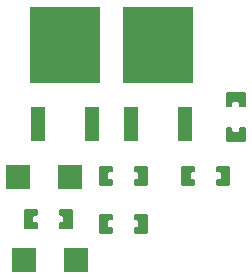
<source format=gtp>
G04 Layer: TopPasteMaskLayer*
G04 EasyEDA v6.5.34, 2023-10-05 20:18:03*
G04 Gerber Generator version 0.2*
G04 Scale: 100 percent, Rotated: No, Reflected: No *
G04 Dimensions in millimeters *
G04 leading zeros omitted , absolute positions ,4 integer and 5 decimal *
%FSLAX45Y45*%
%MOMM*%

%ADD10R,1.2000X3.0000*%
%ADD11R,6.0000X6.5000*%
%ADD12R,2.0000X2.0000*%

%LPD*%
G36*
X2671927Y12759639D02*
G01*
X2661970Y12749631D01*
X2661970Y12599568D01*
X2671927Y12589560D01*
X2772714Y12589560D01*
X2782722Y12599568D01*
X2782722Y12635687D01*
X2772714Y12645694D01*
X2751632Y12645694D01*
X2741625Y12655702D01*
X2741625Y12693497D01*
X2751632Y12703505D01*
X2772714Y12703505D01*
X2782722Y12713512D01*
X2782722Y12749631D01*
X2772714Y12759639D01*
G37*
G36*
X2967685Y12759639D02*
G01*
X2957677Y12749631D01*
X2957677Y12713512D01*
X2967685Y12703505D01*
X2988767Y12703505D01*
X2998774Y12693497D01*
X2998774Y12655702D01*
X2988767Y12645694D01*
X2967685Y12645694D01*
X2957677Y12635687D01*
X2957677Y12599568D01*
X2967685Y12589560D01*
X3068472Y12589560D01*
X3078429Y12599568D01*
X3078429Y12749631D01*
X3068472Y12759639D01*
G37*
G36*
X2671927Y12353239D02*
G01*
X2661970Y12343231D01*
X2661970Y12193168D01*
X2671927Y12183160D01*
X2772714Y12183160D01*
X2782722Y12193168D01*
X2782722Y12229287D01*
X2772714Y12239294D01*
X2751632Y12239294D01*
X2741625Y12249302D01*
X2741625Y12287097D01*
X2751632Y12297105D01*
X2772714Y12297105D01*
X2782722Y12307112D01*
X2782722Y12343231D01*
X2772714Y12353239D01*
G37*
G36*
X2967685Y12353239D02*
G01*
X2957677Y12343231D01*
X2957677Y12307112D01*
X2967685Y12297105D01*
X2988767Y12297105D01*
X2998774Y12287097D01*
X2998774Y12249302D01*
X2988767Y12239294D01*
X2967685Y12239294D01*
X2957677Y12229287D01*
X2957677Y12193168D01*
X2967685Y12183160D01*
X3068472Y12183160D01*
X3078429Y12193168D01*
X3078429Y12343231D01*
X3068472Y12353239D01*
G37*
G36*
X3370427Y12759639D02*
G01*
X3360420Y12749631D01*
X3360420Y12599517D01*
X3370427Y12589510D01*
X3471214Y12589510D01*
X3481171Y12599517D01*
X3481171Y12635636D01*
X3471214Y12645644D01*
X3450132Y12645644D01*
X3440125Y12655651D01*
X3440125Y12693497D01*
X3450132Y12703505D01*
X3471214Y12703505D01*
X3481171Y12713512D01*
X3481171Y12749631D01*
X3471214Y12759639D01*
G37*
G36*
X3666185Y12759639D02*
G01*
X3656177Y12749631D01*
X3656177Y12713512D01*
X3666185Y12703505D01*
X3687267Y12703505D01*
X3697224Y12693497D01*
X3697224Y12655651D01*
X3687267Y12645644D01*
X3666185Y12645644D01*
X3656177Y12635636D01*
X3656177Y12599517D01*
X3666185Y12589510D01*
X3766921Y12589510D01*
X3776929Y12599517D01*
X3776929Y12749631D01*
X3766921Y12759639D01*
G37*
G36*
X3747668Y13082422D02*
G01*
X3737660Y13072414D01*
X3737660Y12971627D01*
X3747668Y12961670D01*
X3897731Y12961670D01*
X3907739Y12971627D01*
X3907739Y13072414D01*
X3897731Y13082422D01*
X3861612Y13082422D01*
X3851605Y13072414D01*
X3851605Y13051332D01*
X3841597Y13041325D01*
X3803802Y13041325D01*
X3793794Y13051332D01*
X3793794Y13072414D01*
X3783787Y13082422D01*
G37*
G36*
X3747668Y13378129D02*
G01*
X3737660Y13368172D01*
X3737660Y13267385D01*
X3747668Y13257377D01*
X3783787Y13257377D01*
X3793794Y13267385D01*
X3793794Y13288467D01*
X3803802Y13298474D01*
X3841597Y13298474D01*
X3851605Y13288467D01*
X3851605Y13267385D01*
X3861612Y13257377D01*
X3897731Y13257377D01*
X3907739Y13267385D01*
X3907739Y13368172D01*
X3897731Y13378129D01*
G37*
G36*
X2036927Y12391339D02*
G01*
X2026970Y12381331D01*
X2026970Y12231268D01*
X2036927Y12221260D01*
X2137714Y12221260D01*
X2147722Y12231268D01*
X2147722Y12267387D01*
X2137714Y12277394D01*
X2116632Y12277394D01*
X2106625Y12287402D01*
X2106625Y12325197D01*
X2116632Y12335205D01*
X2137714Y12335205D01*
X2147722Y12345212D01*
X2147722Y12381331D01*
X2137714Y12391339D01*
G37*
G36*
X2332685Y12391339D02*
G01*
X2322677Y12381331D01*
X2322677Y12345212D01*
X2332685Y12335205D01*
X2353767Y12335205D01*
X2363774Y12325197D01*
X2363774Y12287402D01*
X2353767Y12277394D01*
X2332685Y12277394D01*
X2322677Y12267387D01*
X2322677Y12231268D01*
X2332685Y12221260D01*
X2433472Y12221260D01*
X2443429Y12231268D01*
X2443429Y12381331D01*
X2433472Y12391339D01*
G37*
D10*
G01*
X2603398Y13115061D03*
G01*
X2146401Y13115061D03*
D11*
G01*
X2374900Y13783538D03*
D10*
G01*
X3390798Y13115061D03*
G01*
X2933801Y13115061D03*
D11*
G01*
X3162300Y13783538D03*
D12*
G01*
X2467889Y11963400D03*
G01*
X2027910Y11963400D03*
G01*
X2417089Y12661900D03*
G01*
X1977110Y12661900D03*
M02*

</source>
